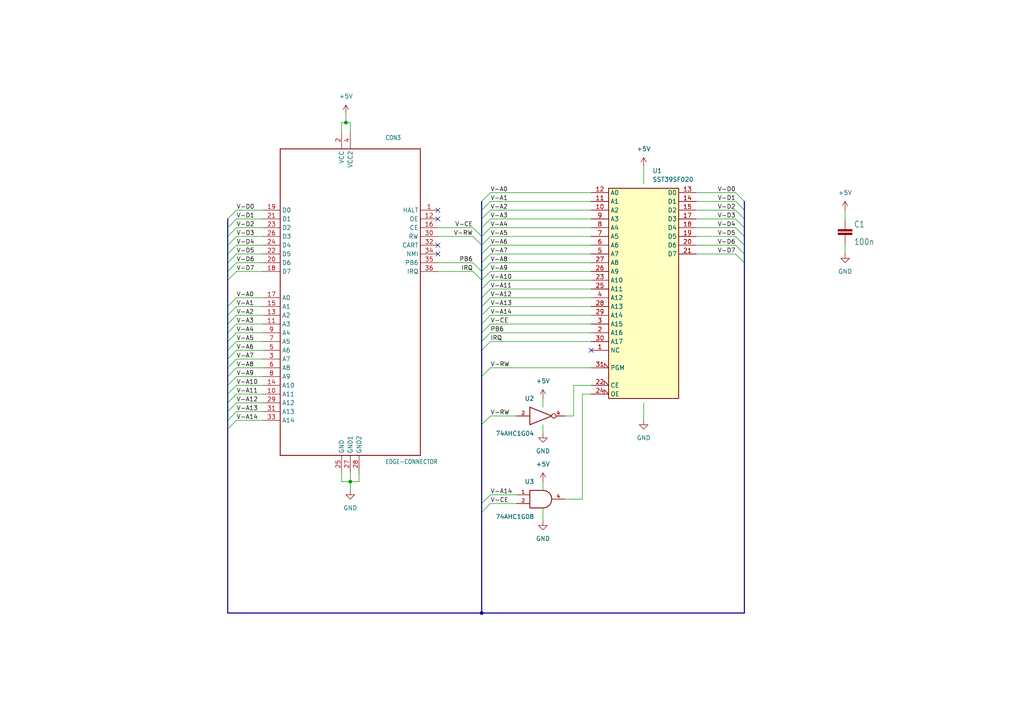
<source format=kicad_sch>
(kicad_sch (version 20211123) (generator eeschema)
  (paper "A4")
  (lib_symbols
    (symbol "74xGxx:74AHC1G04" (pin_names (offset 1.016))
      (property "Reference" "U" (at -2.54 3.81 0))
      (property "Value" "74AHC1G04" (at 0 -3.81 0))
      (symbol "74AHC1G04_0_1"
        (polyline (pts (xy -3.81 2.54) (xy -3.81 -2.54) (xy 2.54 0) (xy -3.81 2.54)) (stroke (width 0.254)))
      )
      (symbol "74AHC1G04_1_1"
        (pin input line (at -7.62 0 0) (length 3.81) (name "~") (number "2"))
        (pin power_in line (at 0 -2.54 270) (length 0) hide (name "GND") (number "3"))
        (pin output inverted (at 6.35 0 180) (length 3.81) (name "~") (number "4"))
        (pin power_in line (at 0 2.54 90) (length 0) hide (name "VCC") (number "5"))
      )
    )
    (symbol "74xGxx:74AHC1G08" (pin_names (offset 1.016))
      (property "Reference" "U" (at -2.54 3.81 0))
      (property "Value" "74AHC1G08" (at 0 -3.81 0))
      (symbol "74AHC1G08_0_1"
        (arc (start 0 -2.54) (mid 2.54 0) (end 0 2.54) (stroke (width 0.254)))
        (polyline (pts (xy 0 -2.54) (xy -3.81 -2.54) (xy -3.81 2.54) (xy 0 2.54)) (stroke (width 0.254)))
      )
      (symbol "74AHC1G08_1_1"
        (pin input line (at -7.62 1.27 0) (length 3.81) (name "~") (number "1"))
        (pin input line (at -7.62 -1.27 0) (length 3.81) (name "~") (number "2"))
        (pin power_in line (at 0 -2.54 270) (length 0) hide (name "GND") (number "3"))
        (pin output line (at 6.35 0 180) (length 3.81) (name "~") (number "4"))
        (pin power_in line (at 0 2.54 90) (length 0) hide (name "VCC") (number "5"))
      )
    )
    (symbol "Memory_Flash:SST39SF020"
      (property "Reference" "U" (at 2.54 33.02 0))
      (property "Value" "SST39SF020" (at 0 -30.48 0))
      (symbol "SST39SF020_0_0"
        (pin power_in line (at 0 -30.48 90) (length 1.27) hide (name "GND") (number "16"))
        (pin power_in line (at 0 33.02 270) (length 1.27) hide (name "VCC") (number "32"))
      )
      (symbol "SST39SF020_0_1"
        (rectangle (start -10.16 31.75) (end 10.16 -29.21) (stroke (width 0.254)) (fill (type background)))
      )
      (symbol "SST39SF020_1_1"
        (pin input line (at -15.24 -15.24 0) (length 5.08) (name "NC") (number "1"))
        (pin input line (at -15.24 25.4 0) (length 5.08) (name "A2") (number "10"))
        (pin input line (at -15.24 27.94 0) (length 5.08) (name "A1") (number "11"))
        (pin input line (at -15.24 30.48 0) (length 5.08) (name "A0") (number "12"))
        (pin tri_state line (at 15.24 30.48 180) (length 5.08) (name "D0") (number "13"))
        (pin tri_state line (at 15.24 27.94 180) (length 5.08) (name "D1") (number "14"))
        (pin tri_state line (at 15.24 25.4 180) (length 5.08) (name "D2") (number "15"))
        (pin tri_state line (at 15.24 22.86 180) (length 5.08) (name "D3") (number "17"))
        (pin tri_state line (at 15.24 20.32 180) (length 5.08) (name "D4") (number "18"))
        (pin tri_state line (at 15.24 17.78 180) (length 5.08) (name "D5") (number "19"))
        (pin input line (at -15.24 -10.16 0) (length 5.08) (name "A16") (number "2"))
        (pin tri_state line (at 15.24 15.24 180) (length 5.08) (name "D6") (number "20"))
        (pin tri_state line (at 15.24 12.7 180) (length 5.08) (name "D7") (number "21"))
        (pin input input_low (at -15.24 -25.4 0) (length 5.08) (name "CE") (number "22"))
        (pin input line (at -15.24 5.08 0) (length 5.08) (name "A10") (number "23"))
        (pin input input_low (at -15.24 -27.94 0) (length 5.08) (name "OE") (number "24"))
        (pin input line (at -15.24 2.54 0) (length 5.08) (name "A11") (number "25"))
        (pin input line (at -15.24 7.62 0) (length 5.08) (name "A9") (number "26"))
        (pin input line (at -15.24 10.16 0) (length 5.08) (name "A8") (number "27"))
        (pin input line (at -15.24 -2.54 0) (length 5.08) (name "A13") (number "28"))
        (pin input line (at -15.24 -5.08 0) (length 5.08) (name "A14") (number "29"))
        (pin input line (at -15.24 -7.62 0) (length 5.08) (name "A15") (number "3"))
        (pin input line (at -15.24 -12.7 0) (length 5.08) (name "A17") (number "30"))
        (pin input input_low (at -15.24 -20.32 0) (length 5.08) (name "PGM") (number "31"))
        (pin input line (at -15.24 0 0) (length 5.08) (name "A12") (number "4"))
        (pin input line (at -15.24 12.7 0) (length 5.08) (name "A7") (number "5"))
        (pin input line (at -15.24 15.24 0) (length 5.08) (name "A6") (number "6"))
        (pin input line (at -15.24 17.78 0) (length 5.08) (name "A5") (number "7"))
        (pin input line (at -15.24 20.32 0) (length 5.08) (name "A4") (number "8"))
        (pin input line (at -15.24 22.86 0) (length 5.08) (name "A3") (number "9"))
      )
    )
    (symbol "power:+5V" (power) (pin_names (offset 0))
      (property "Value" "+5V" (at 0 3.556 0))
      (symbol "+5V_0_1"
        (polyline (pts (xy -0.762 1.27) (xy 0 2.54)))
        (polyline (pts (xy 0 0) (xy 0 2.54)))
        (polyline (pts (xy 0 2.54) (xy 0.762 1.27)))
      )
      (symbol "+5V_1_1"
        (pin power_in line (at 0 0 90) (length 0) hide (name "+5V") (number "1"))
      )
    )
    (symbol "power:GND" (power) (pin_names (offset 0))
      (property "Value" "GND" (at 0 -3.81 0))
      (symbol "GND_0_1"
        (polyline (pts (xy 0 0) (xy 0 -1.27) (xy 1.27 -1.27) (xy 0 -2.54) (xy -1.27 -1.27) (xy 0 -1.27)))
      )
      (symbol "GND_1_1"
        (pin power_in line (at 0 0 270) (length 0) hide (name "GND") (number "1"))
      )
    )
    (symbol "vectrex-eagle-import:C-EU050-045X075"
      (property "Reference" "C" (at 1.524 0.381 0))
      (property "Value" "C-EU050-045X075" (at 1.524 -4.699 0))
      (symbol "C-EU050-045X075_1_0"
        (rectangle (start -2.032 -2.032) (end 2.032 -1.524) (fill (type outline)))
        (rectangle (start -2.032 -1.016) (end 2.032 -0.508) (fill (type outline)))
        (polyline (pts (xy 0 -2.54) (xy 0 -2.032)) (stroke (width 0.1524)))
        (polyline (pts (xy 0 0) (xy 0 -0.508)) (stroke (width 0.1524)))
        (pin passive line (at 0 2.54 270) (length 2.54) (name "1") (number "1"))
        (pin passive line (at 0 -5.08 90) (length 2.54) (name "2") (number "2"))
      )
    )
    (symbol "vectrex-eagle-import:EDGE-CONNECTOR"
      (property "Value" "EDGE-CONNECTOR" (at 22.86 -55.88 0))
      (symbol "EDGE-CONNECTOR_1_0"
        (polyline (pts (xy -7.62 -53.34) (xy -7.62 35.56)) (stroke (width 0.254)))
        (polyline (pts (xy -7.62 35.56) (xy 33.02 35.56)) (stroke (width 0.254)))
        (polyline (pts (xy 33.02 -53.34) (xy -7.62 -53.34)) (stroke (width 0.254)))
        (polyline (pts (xy 33.02 35.56) (xy 33.02 -53.34)) (stroke (width 0.254)))
        (pin bidirectional line (at 38.1 17.78 180) (length 5.08) (name "HALT") (number "1"))
        (pin bidirectional line (at -12.7 -35.56 0) (length 5.08) (name "A11") (number "10"))
        (pin bidirectional line (at -12.7 -15.24 0) (length 5.08) (name "A3") (number "11"))
        (pin bidirectional line (at 38.1 15.24 180) (length 5.08) (name "OE") (number "12"))
        (pin bidirectional line (at -12.7 -12.7 0) (length 5.08) (name "A2") (number "13"))
        (pin bidirectional line (at -12.7 -33.02 0) (length 5.08) (name "A10") (number "14"))
        (pin bidirectional line (at -12.7 -10.16 0) (length 5.08) (name "A1") (number "15"))
        (pin bidirectional line (at 38.1 12.7 180) (length 5.08) (name "CE") (number "16"))
        (pin bidirectional line (at -12.7 -7.62 0) (length 5.08) (name "A0") (number "17"))
        (pin bidirectional line (at -12.7 0 0) (length 5.08) (name "D7") (number "18"))
        (pin bidirectional line (at -12.7 17.78 0) (length 5.08) (name "D0") (number "19"))
        (pin bidirectional line (at 10.16 40.64 270) (length 5.08) (name "VCC") (number "2"))
        (pin bidirectional line (at -12.7 2.54 0) (length 5.08) (name "D6") (number "20"))
        (pin bidirectional line (at -12.7 15.24 0) (length 5.08) (name "D1") (number "21"))
        (pin bidirectional line (at -12.7 5.08 0) (length 5.08) (name "D5") (number "22"))
        (pin bidirectional line (at -12.7 12.7 0) (length 5.08) (name "D2") (number "23"))
        (pin bidirectional line (at -12.7 7.62 0) (length 5.08) (name "D4") (number "24"))
        (pin bidirectional line (at 10.16 -58.42 90) (length 5.08) (name "GND") (number "25"))
        (pin bidirectional line (at -12.7 10.16 0) (length 5.08) (name "D3") (number "26"))
        (pin bidirectional line (at 12.7 -58.42 90) (length 5.08) (name "GND1") (number "27"))
        (pin bidirectional line (at 15.24 -58.42 90) (length 5.08) (name "GND2") (number "28"))
        (pin bidirectional line (at -12.7 -38.1 0) (length 5.08) (name "A12") (number "29"))
        (pin bidirectional line (at -12.7 -25.4 0) (length 5.08) (name "A7") (number "3"))
        (pin bidirectional line (at 38.1 10.16 180) (length 5.08) (name "RW") (number "30"))
        (pin bidirectional line (at -12.7 -40.64 0) (length 5.08) (name "A13") (number "31"))
        (pin bidirectional line (at 38.1 7.62 180) (length 5.08) (name "CART") (number "32"))
        (pin bidirectional line (at -12.7 -43.18 0) (length 5.08) (name "A14") (number "33"))
        (pin bidirectional line (at 38.1 5.08 180) (length 5.08) (name "NMI") (number "34"))
        (pin bidirectional line (at 38.1 2.54 180) (length 5.08) (name "PB6") (number "35"))
        (pin bidirectional line (at 38.1 0 180) (length 5.08) (name "IRQ") (number "36"))
        (pin bidirectional line (at 12.7 40.64 270) (length 5.08) (name "VCC2") (number "4"))
        (pin bidirectional line (at -12.7 -22.86 0) (length 5.08) (name "A6") (number "5"))
        (pin bidirectional line (at -12.7 -27.94 0) (length 5.08) (name "A8") (number "6"))
        (pin bidirectional line (at -12.7 -20.32 0) (length 5.08) (name "A5") (number "7"))
        (pin bidirectional line (at -12.7 -30.48 0) (length 5.08) (name "A9") (number "8"))
        (pin bidirectional line (at -12.7 -17.78 0) (length 5.08) (name "A4") (number "9"))
      )
    )
  )
  (junction (at 101.6 139.7))
  (junction (at 139.7 177.8))
  (junction (at 100.33 35.56))
  (no_connect (at 127 71.12))
  (no_connect (at 127 73.66))
  (no_connect (at 127 60.96))
  (no_connect (at 127 63.5))
  (no_connect (at 171.45 101.6))
  (bus_entry (at 68.58 119.38) (size -2.54 2.54))
  (bus_entry (at 68.58 73.66) (size -2.54 2.54))
  (bus_entry (at 213.36 66.04) (size 2.54 2.54))
  (bus_entry (at 68.58 66.04) (size -2.54 2.54))
  (bus_entry (at 142.24 78.74) (size -2.54 2.54))
  (bus_entry (at 142.24 68.58) (size -2.54 2.54))
  (bus_entry (at 142.24 55.88) (size -2.54 2.54))
  (bus_entry (at 142.24 93.98) (size -2.54 2.54))
  (bus_entry (at 68.58 60.96) (size -2.54 2.54))
  (bus_entry (at 142.24 60.96) (size -2.54 2.54))
  (bus_entry (at 142.24 81.28) (size -2.54 2.54))
  (bus_entry (at 68.58 104.14) (size -2.54 2.54))
  (bus_entry (at 142.24 58.42) (size -2.54 2.54))
  (bus_entry (at 68.58 116.84) (size -2.54 2.54))
  (bus_entry (at 68.58 99.06) (size -2.54 2.54))
  (bus_entry (at 68.58 91.44) (size -2.54 2.54))
  (bus_entry (at 142.24 73.66) (size -2.54 2.54))
  (bus_entry (at 68.58 96.52) (size -2.54 2.54))
  (bus_entry (at 68.58 93.98) (size -2.54 2.54))
  (bus_entry (at 68.58 78.74) (size -2.54 2.54))
  (bus_entry (at 68.58 106.68) (size -2.54 2.54))
  (bus_entry (at 137.16 68.58) (size 2.54 2.54))
  (bus_entry (at 142.24 146.05) (size -2.54 2.54))
  (bus_entry (at 142.24 143.51) (size -2.54 2.54))
  (bus_entry (at 213.36 68.58) (size 2.54 2.54))
  (bus_entry (at 142.24 71.12) (size -2.54 2.54))
  (bus_entry (at 142.24 66.04) (size -2.54 2.54))
  (bus_entry (at 142.24 120.65) (size -2.54 2.54))
  (bus_entry (at 68.58 76.2) (size -2.54 2.54))
  (bus_entry (at 68.58 109.22) (size -2.54 2.54))
  (bus_entry (at 142.24 96.52) (size -2.54 2.54))
  (bus_entry (at 142.24 99.06) (size -2.54 2.54))
  (bus_entry (at 142.24 83.82) (size -2.54 2.54))
  (bus_entry (at 142.24 63.5) (size -2.54 2.54))
  (bus_entry (at 68.58 71.12) (size -2.54 2.54))
  (bus_entry (at 213.36 73.66) (size 2.54 2.54))
  (bus_entry (at 213.36 63.5) (size 2.54 2.54))
  (bus_entry (at 68.58 63.5) (size -2.54 2.54))
  (bus_entry (at 68.58 101.6) (size -2.54 2.54))
  (bus_entry (at 142.24 88.9) (size -2.54 2.54))
  (bus_entry (at 68.58 88.9) (size -2.54 2.54))
  (bus_entry (at 68.58 111.76) (size -2.54 2.54))
  (bus_entry (at 68.58 114.3) (size -2.54 2.54))
  (bus_entry (at 137.16 66.04) (size 2.54 2.54))
  (bus_entry (at 68.58 68.58) (size -2.54 2.54))
  (bus_entry (at 142.24 91.44) (size -2.54 2.54))
  (bus_entry (at 213.36 58.42) (size 2.54 2.54))
  (bus_entry (at 213.36 55.88) (size 2.54 2.54))
  (bus_entry (at 142.24 86.36) (size -2.54 2.54))
  (bus_entry (at 142.24 76.2) (size -2.54 2.54))
  (bus_entry (at 142.24 106.68) (size -2.54 2.54))
  (bus_entry (at 213.36 60.96) (size 2.54 2.54))
  (bus_entry (at 68.58 86.36) (size -2.54 2.54))
  (bus_entry (at 68.58 121.92) (size -2.54 2.54))
  (bus_entry (at 213.36 71.12) (size 2.54 2.54))
  (bus_entry (at 137.16 76.2) (size 2.54 2.54))
  (bus_entry (at 137.16 78.74) (size 2.54 2.54))
  (wire (pts (xy 245.11 60.96) (xy 245.11 63.5)))
  (bus (pts (xy 139.7 76.2) (xy 139.7 73.66)))
  (wire (pts (xy 166.37 120.65) (xy 166.37 111.76)))
  (bus (pts (xy 66.04 68.58) (xy 66.04 66.04)))
  (wire (pts (xy 142.24 55.88) (xy 171.45 55.88)))
  (bus (pts (xy 66.04 116.84) (xy 66.04 114.3)))
  (wire (pts (xy 186.69 116.84) (xy 186.69 121.92)))
  (wire (pts (xy 142.24 86.36) (xy 171.45 86.36)))
  (bus (pts (xy 66.04 71.12) (xy 66.04 68.58)))
  (wire (pts (xy 68.58 104.14) (xy 76.2 104.14)))
  (wire (pts (xy 157.48 123.19) (xy 157.48 125.73)))
  (bus (pts (xy 215.9 71.12) (xy 215.9 68.58)))
  (bus (pts (xy 215.9 63.5) (xy 215.9 60.96)))
  (wire (pts (xy 142.24 143.51) (xy 149.86 143.51)))
  (wire (pts (xy 168.91 114.3) (xy 168.91 144.78)))
  (wire (pts (xy 142.24 60.96) (xy 171.45 60.96)))
  (wire (pts (xy 186.69 48.26) (xy 186.69 53.34)))
  (wire (pts (xy 163.83 120.65) (xy 166.37 120.65)))
  (wire (pts (xy 68.58 73.66) (xy 76.2 73.66)))
  (bus (pts (xy 215.9 76.2) (xy 215.9 73.66)))
  (wire (pts (xy 142.24 88.9) (xy 171.45 88.9)))
  (wire (pts (xy 68.58 88.9) (xy 76.2 88.9)))
  (bus (pts (xy 139.7 99.06) (xy 139.7 101.6)))
  (wire (pts (xy 142.24 96.52) (xy 171.45 96.52)))
  (wire (pts (xy 142.24 99.06) (xy 171.45 99.06)))
  (wire (pts (xy 68.58 114.3) (xy 76.2 114.3)))
  (bus (pts (xy 66.04 121.92) (xy 66.04 119.38)))
  (wire (pts (xy 142.24 58.42) (xy 171.45 58.42)))
  (wire (pts (xy 101.6 139.7) (xy 101.6 142.24)))
  (bus (pts (xy 215.9 73.66) (xy 215.9 71.12)))
  (wire (pts (xy 142.24 106.68) (xy 171.45 106.68)))
  (wire (pts (xy 68.58 111.76) (xy 76.2 111.76)))
  (wire (pts (xy 142.24 63.5) (xy 171.45 63.5)))
  (wire (pts (xy 101.6 139.7) (xy 101.6 137.16)))
  (bus (pts (xy 139.7 91.44) (xy 139.7 88.9)))
  (bus (pts (xy 139.7 66.04) (xy 139.7 63.5)))
  (wire (pts (xy 142.24 71.12) (xy 171.45 71.12)))
  (wire (pts (xy 166.37 111.76) (xy 171.45 111.76)))
  (wire (pts (xy 68.58 106.68) (xy 76.2 106.68)))
  (wire (pts (xy 99.06 35.56) (xy 99.06 38.1)))
  (wire (pts (xy 68.58 66.04) (xy 76.2 66.04)))
  (wire (pts (xy 68.58 76.2) (xy 76.2 76.2)))
  (bus (pts (xy 139.7 101.6) (xy 139.7 109.22)))
  (bus (pts (xy 66.04 93.98) (xy 66.04 91.44)))
  (bus (pts (xy 215.9 177.8) (xy 215.9 76.2)))
  (bus (pts (xy 66.04 81.28) (xy 66.04 78.74)))
  (wire (pts (xy 163.83 144.78) (xy 168.91 144.78)))
  (bus (pts (xy 215.9 68.58) (xy 215.9 66.04)))
  (bus (pts (xy 215.9 66.04) (xy 215.9 63.5)))
  (wire (pts (xy 137.16 66.04) (xy 127 66.04)))
  (wire (pts (xy 245.11 71.12) (xy 245.11 73.66)))
  (wire (pts (xy 201.93 60.96) (xy 213.36 60.96)))
  (bus (pts (xy 139.7 81.28) (xy 139.7 78.74)))
  (bus (pts (xy 66.04 73.66) (xy 66.04 71.12)))
  (wire (pts (xy 68.58 96.52) (xy 76.2 96.52)))
  (bus (pts (xy 66.04 109.22) (xy 66.04 106.68)))
  (wire (pts (xy 68.58 99.06) (xy 76.2 99.06)))
  (wire (pts (xy 68.58 68.58) (xy 76.2 68.58)))
  (bus (pts (xy 139.7 148.59) (xy 139.7 177.8)))
  (wire (pts (xy 157.48 115.57) (xy 157.48 118.11)))
  (bus (pts (xy 139.7 78.74) (xy 139.7 76.2)))
  (wire (pts (xy 104.14 139.7) (xy 104.14 137.16)))
  (wire (pts (xy 68.58 60.96) (xy 76.2 60.96)))
  (bus (pts (xy 66.04 66.04) (xy 66.04 63.5)))
  (bus (pts (xy 66.04 101.6) (xy 66.04 99.06)))
  (bus (pts (xy 66.04 106.68) (xy 66.04 104.14)))
  (wire (pts (xy 68.58 78.74) (xy 76.2 78.74)))
  (bus (pts (xy 215.9 58.42) (xy 215.9 60.96)))
  (bus (pts (xy 139.7 71.12) (xy 139.7 68.58)))
  (wire (pts (xy 68.58 71.12) (xy 76.2 71.12)))
  (wire (pts (xy 100.33 35.56) (xy 101.6 35.56)))
  (wire (pts (xy 100.33 33.02) (xy 100.33 35.56)))
  (wire (pts (xy 168.91 114.3) (xy 171.45 114.3)))
  (bus (pts (xy 139.7 146.05) (xy 139.7 148.59)))
  (wire (pts (xy 142.24 83.82) (xy 171.45 83.82)))
  (wire (pts (xy 142.24 78.74) (xy 171.45 78.74)))
  (wire (pts (xy 142.24 66.04) (xy 171.45 66.04)))
  (wire (pts (xy 68.58 86.36) (xy 76.2 86.36)))
  (bus (pts (xy 66.04 124.46) (xy 66.04 121.92)))
  (wire (pts (xy 68.58 119.38) (xy 76.2 119.38)))
  (wire (pts (xy 68.58 93.98) (xy 76.2 93.98)))
  (wire (pts (xy 99.06 35.56) (xy 100.33 35.56)))
  (wire (pts (xy 142.24 81.28) (xy 171.45 81.28)))
  (bus (pts (xy 66.04 111.76) (xy 66.04 109.22)))
  (wire (pts (xy 68.58 63.5) (xy 76.2 63.5)))
  (bus (pts (xy 139.7 73.66) (xy 139.7 71.12)))
  (wire (pts (xy 201.93 73.66) (xy 213.36 73.66)))
  (bus (pts (xy 66.04 78.74) (xy 66.04 76.2)))
  (wire (pts (xy 99.06 139.7) (xy 101.6 139.7)))
  (wire (pts (xy 201.93 66.04) (xy 213.36 66.04)))
  (wire (pts (xy 127 76.2) (xy 137.16 76.2)))
  (bus (pts (xy 139.7 123.19) (xy 139.7 146.05)))
  (wire (pts (xy 201.93 71.12) (xy 213.36 71.12)))
  (wire (pts (xy 68.58 109.22) (xy 76.2 109.22)))
  (wire (pts (xy 201.93 68.58) (xy 213.36 68.58)))
  (bus (pts (xy 66.04 177.8) (xy 139.7 177.8)))
  (bus (pts (xy 139.7 88.9) (xy 139.7 86.36)))
  (wire (pts (xy 68.58 121.92) (xy 76.2 121.92)))
  (bus (pts (xy 66.04 177.8) (xy 66.04 124.46)))
  (wire (pts (xy 201.93 55.88) (xy 213.36 55.88)))
  (wire (pts (xy 101.6 35.56) (xy 101.6 38.1)))
  (wire (pts (xy 68.58 91.44) (xy 76.2 91.44)))
  (wire (pts (xy 142.24 120.65) (xy 149.86 120.65)))
  (wire (pts (xy 142.24 91.44) (xy 171.45 91.44)))
  (bus (pts (xy 139.7 68.58) (xy 139.7 66.04)))
  (bus (pts (xy 66.04 81.28) (xy 66.04 88.9)))
  (wire (pts (xy 68.58 101.6) (xy 76.2 101.6)))
  (wire (pts (xy 142.24 68.58) (xy 171.45 68.58)))
  (wire (pts (xy 201.93 63.5) (xy 213.36 63.5)))
  (bus (pts (xy 139.7 86.36) (xy 139.7 83.82)))
  (bus (pts (xy 66.04 99.06) (xy 66.04 96.52)))
  (wire (pts (xy 157.48 139.7) (xy 157.48 142.24)))
  (bus (pts (xy 139.7 83.82) (xy 139.7 81.28)))
  (bus (pts (xy 139.7 109.22) (xy 139.7 123.19)))
  (bus (pts (xy 139.7 93.98) (xy 139.7 91.44)))
  (wire (pts (xy 142.24 73.66) (xy 171.45 73.66)))
  (bus (pts (xy 66.04 91.44) (xy 66.04 88.9)))
  (bus (pts (xy 66.04 96.52) (xy 66.04 93.98)))
  (bus (pts (xy 139.7 93.98) (xy 139.7 96.52)))
  (bus (pts (xy 66.04 114.3) (xy 66.04 111.76)))
  (bus (pts (xy 66.04 76.2) (xy 66.04 73.66)))
  (wire (pts (xy 127 68.58) (xy 137.16 68.58)))
  (bus (pts (xy 139.7 177.8) (xy 215.9 177.8)))
  (bus (pts (xy 139.7 63.5) (xy 139.7 60.96)))
  (wire (pts (xy 127 78.74) (xy 137.16 78.74)))
  (wire (pts (xy 142.24 76.2) (xy 171.45 76.2)))
  (wire (pts (xy 99.06 139.7) (xy 99.06 137.16)))
  (wire (pts (xy 157.48 147.32) (xy 157.48 151.13)))
  (bus (pts (xy 139.7 60.96) (xy 139.7 58.42)))
  (bus (pts (xy 66.04 119.38) (xy 66.04 116.84)))
  (wire (pts (xy 68.58 116.84) (xy 76.2 116.84)))
  (bus (pts (xy 66.04 104.14) (xy 66.04 101.6)))
  (wire (pts (xy 142.24 93.98) (xy 171.45 93.98)))
  (wire (pts (xy 201.93 58.42) (xy 213.36 58.42)))
  (wire (pts (xy 101.6 139.7) (xy 104.14 139.7)))
  (wire (pts (xy 142.24 146.05) (xy 149.86 146.05)))
  (bus (pts (xy 139.7 96.52) (xy 139.7 99.06)))
  (label "V-A2" (at 142.24 60.96 0) (effects (font (size 1.2446 1.2446))))
  (label "IRQ" (at 137.16 78.74 180))
  (label "V-D2" (at 68.58 66.04 0) (effects (font (size 1.2446 1.2446))))
  (label "V-A1" (at 68.58 88.9 0) (effects (font (size 1.2446 1.2446))))
  (label "V-A13" (at 68.58 119.38 0) (effects (font (size 1.2446 1.2446))))
  (label "V-A3" (at 142.24 63.5 0) (effects (font (size 1.2446 1.2446))))
  (label "V-RW" (at 137.16 68.58 180))
  (label "V-A9" (at 142.24 78.74 0) (effects (font (size 1.2446 1.2446))))
  (label "V-D6" (at 213.36 71.12 180) (effects (font (size 1.2446 1.2446))))
  (label "IRQ" (at 142.24 99.06 0))
  (label "V-D4" (at 213.36 66.04 180) (effects (font (size 1.2446 1.2446))))
  (label "V-D3" (at 213.36 63.5 180) (effects (font (size 1.2446 1.2446))))
  (label "V-A12" (at 142.24 86.36 0) (effects (font (size 1.2446 1.2446))))
  (label "V-A10" (at 142.24 81.28 0) (effects (font (size 1.2446 1.2446))))
  (label "V-D0" (at 213.36 55.88 180) (effects (font (size 1.2446 1.2446))))
  (label "V-A6" (at 68.58 101.6 0) (effects (font (size 1.2446 1.2446))))
  (label "V-A13" (at 142.24 88.9 0) (effects (font (size 1.2446 1.2446))))
  (label "V-RW" (at 142.24 106.68 0))
  (label "V-D7" (at 213.36 73.66 180) (effects (font (size 1.2446 1.2446))))
  (label "V-CE" (at 137.16 66.04 180) (effects (font (size 1.2446 1.2446))))
  (label "V-A1" (at 142.24 58.42 0) (effects (font (size 1.2446 1.2446))))
  (label "V-D2" (at 213.36 60.96 180) (effects (font (size 1.2446 1.2446))))
  (label "V-A11" (at 142.24 83.82 0) (effects (font (size 1.2446 1.2446))))
  (label "V-A8" (at 142.24 76.2 0) (effects (font (size 1.2446 1.2446))))
  (label "PB6" (at 142.24 96.52 0))
  (label "V-A4" (at 142.24 66.04 0) (effects (font (size 1.2446 1.2446))))
  (label "V-A7" (at 142.24 73.66 0) (effects (font (size 1.2446 1.2446))))
  (label "V-A14" (at 142.24 91.44 0) (effects (font (size 1.2446 1.2446))))
  (label "V-A6" (at 142.24 71.12 0) (effects (font (size 1.2446 1.2446))))
  (label "V-A0" (at 68.58 86.36 0) (effects (font (size 1.2446 1.2446))))
  (label "V-A14" (at 142.24 143.51 0))
  (label "V-A7" (at 68.58 104.14 0) (effects (font (size 1.2446 1.2446))))
  (label "V-D1" (at 68.58 63.5 0) (effects (font (size 1.2446 1.2446))))
  (label "V-A10" (at 68.58 111.76 0) (effects (font (size 1.2446 1.2446))))
  (label "V-RW" (at 142.24 120.65 0))
  (label "V-A4" (at 68.58 96.52 0) (effects (font (size 1.2446 1.2446))))
  (label "V-CE" (at 142.24 146.05 0))
  (label "V-D5" (at 68.58 73.66 0) (effects (font (size 1.2446 1.2446))))
  (label "V-A8" (at 68.58 106.68 0) (effects (font (size 1.2446 1.2446))))
  (label "V-A0" (at 142.24 55.88 0) (effects (font (size 1.2446 1.2446))))
  (label "V-A5" (at 142.24 68.58 0) (effects (font (size 1.2446 1.2446))))
  (label "V-D7" (at 68.58 78.74 0) (effects (font (size 1.2446 1.2446))))
  (label "PB6" (at 137.16 76.2 180))
  (label "V-A2" (at 68.58 91.44 0) (effects (font (size 1.2446 1.2446))))
  (label "V-D3" (at 68.58 68.58 0) (effects (font (size 1.2446 1.2446))))
  (label "V-D5" (at 213.36 68.58 180) (effects (font (size 1.2446 1.2446))))
  (label "V-A12" (at 68.58 116.84 0) (effects (font (size 1.2446 1.2446))))
  (label "V-A14" (at 68.58 121.92 0) (effects (font (size 1.2446 1.2446))))
  (label "V-D6" (at 68.58 76.2 0) (effects (font (size 1.2446 1.2446))))
  (label "V-A5" (at 68.58 99.06 0) (effects (font (size 1.2446 1.2446))))
  (label "V-A3" (at 68.58 93.98 0) (effects (font (size 1.2446 1.2446))))
  (label "V-D4" (at 68.58 71.12 0) (effects (font (size 1.2446 1.2446))))
  (label "V-D0" (at 68.58 60.96 0) (effects (font (size 1.2446 1.2446))))
  (label "V-CE" (at 142.24 93.98 0))
  (label "V-A9" (at 68.58 109.22 0) (effects (font (size 1.2446 1.2446))))
  (label "V-D1" (at 213.36 58.42 180) (effects (font (size 1.2446 1.2446))))
  (label "V-A11" (at 68.58 114.3 0) (effects (font (size 1.2446 1.2446))))
  (symbol (lib_id "power:GND") (at 245.11 73.66 0) (unit 1)
    (property "Reference" "#PWR0103" (effects hide))
    (property "Value" "GND" (at 245.11 78.74 0))
  )
  (symbol (lib_id "74xGxx:74AHC1G08") (at 157.48 144.78 0) (unit 1)
    (property "Reference" "U3" (at 154.94 139.7 0) (effects (justify right)))
    (property "Value" "74AHC1G08" (at 154.94 149.86 0) (effects (justify right)))
    (property "Footprint" "Package_TO_SOT_SMD:SOT-23-5_HandSoldering" (effects hide))
    (property "Datasheet" "http://www.ti.com/lit/sg/scyt129e/scyt129e.pdf" (effects hide))
  )
  (symbol (lib_id "power:GND") (at 157.48 125.73 0) (unit 1)
    (property "Reference" "#PWR0110" (effects hide))
    (property "Value" "GND" (at 157.48 130.81 0))
  )
  (symbol (lib_id "74xGxx:74AHC1G04") (at 157.48 120.65 0) (unit 1)
    (property "Reference" "U2" (at 154.94 115.57 0) (effects (justify right)))
    (property "Value" "74AHC1G04" (at 154.94 125.73 0) (effects (justify right)))
    (property "Footprint" "Package_TO_SOT_SMD:SOT-23-5" (effects hide))
    (property "Datasheet" "http://www.ti.com/lit/sg/scyt129e/scyt129e.pdf" (effects hide))
  )
  (symbol (lib_id "power:GND") (at 186.69 121.92 0) (unit 1)
    (property "Reference" "#PWR0106" (effects hide))
    (property "Value" "GND" (at 186.69 127 0))
  )
  (symbol (lib_id "power:+5V") (at 186.69 48.26 0) (unit 1)
    (property "Reference" "#PWR0104" (effects hide))
    (property "Value" "+5V" (at 186.69 43.18 0))
  )
  (symbol (lib_id "power:+5V") (at 100.33 33.02 0) (unit 1)
    (property "Reference" "#PWR0101" (effects hide))
    (property "Value" "+5V" (at 100.33 27.94 0))
  )
  (symbol (lib_id "vectrex-eagle-import:C-EU050-045X075") (at 245.11 66.04 0) (unit 1)
    (property "Reference" "C1" (at 247.65 66.04 0) (effects (font (size 1.778 1.5113)) (justify left bottom)))
    (property "Value" "100n" (at 247.65 71.12 0) (effects (font (size 1.778 1.5113)) (justify left bottom)))
    (property "Footprint" "Capacitor_SMD:C_0805_2012Metric" (effects hide))
  )
  (symbol (lib_id "power:+5V") (at 157.48 115.57 0) (unit 1)
    (property "Reference" "#PWR0107" (effects hide))
    (property "Value" "+5V" (at 157.48 110.49 0))
  )
  (symbol (lib_id "power:+5V") (at 157.48 139.7 0) (unit 1)
    (property "Reference" "#PWR0109" (effects hide))
    (property "Value" "+5V" (at 157.48 134.62 0))
  )
  (symbol (lib_id "Memory_Flash:SST39SF020") (at 186.69 86.36 0) (unit 1)
    (property "Reference" "U1" (at 189.23 49.53 0) (effects (justify left)))
    (property "Value" "SST39SF020" (at 189.23 52.07 0) (effects (justify left)))
    (property "Footprint" "Package_LCC:PLCC-32_11.4x14.0mm_P1.27mm" (effects hide))
    (property "Datasheet" "http://ww1.microchip.com/downloads/en/DeviceDoc/25022B.pdf" (effects hide))
  )
  (symbol (lib_id "power:GND") (at 101.6 142.24 0) (unit 1)
    (property "Reference" "#PWR0105" (effects hide))
    (property "Value" "GND" (at 101.6 147.32 0))
  )
  (symbol (lib_id "vectrex-eagle-import:EDGE-CONNECTOR") (at 88.9 78.74 0) (unit 1)
    (property "Reference" "CON3" (at 111.76 40.64 0) (effects (font (size 1.27 1.0795)) (justify left bottom)))
    (property "Value" "EDGE-CONNECTOR" (at 111.76 134.62 0) (effects (font (size 1.27 1.0795)) (justify left bottom)))
    (property "Footprint" "EDGE-CONNECTOR" (effects hide))
  )
  (symbol (lib_id "power:+5V") (at 245.11 60.96 0) (unit 1)
    (property "Reference" "#PWR0102" (effects hide))
    (property "Value" "+5V" (at 245.11 55.88 0))
  )
  (symbol (lib_id "power:GND") (at 157.48 151.13 0) (unit 1)
    (property "Reference" "#PWR0108" (effects hide))
    (property "Value" "GND" (at 157.48 156.21 0))
  )
)
</source>
